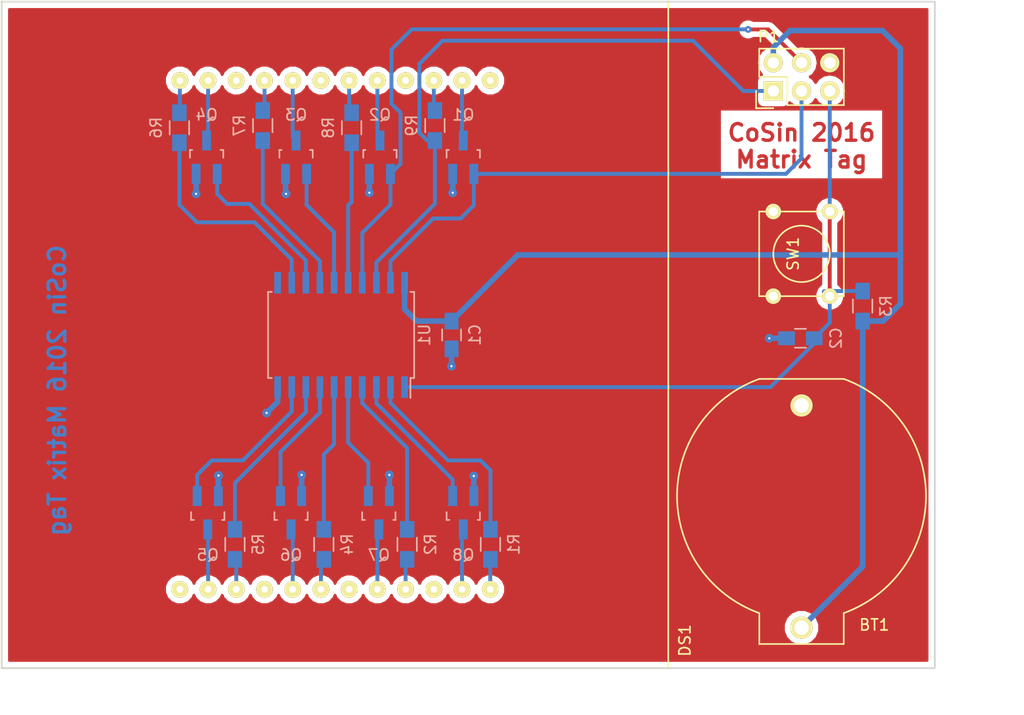
<source format=kicad_pcb>
(kicad_pcb (version 4) (host pcbnew 4.0.2+dfsg1-stable)

  (general
    (links 58)
    (no_connects 0)
    (area 153.924999 72.924999 238.075001 133.075001)
    (thickness 1.6)
    (drawings 8)
    (tracks 162)
    (zones 0)
    (modules 24)
    (nets 36)
  )

  (page A4)
  (title_block
    (title "60x60mm Matrix Tag")
    (date 2016-06-11)
    (rev 1)
    (company "CoSin 2016")
  )

  (layers
    (0 F.Cu signal)
    (31 B.Cu signal)
    (32 B.Adhes user)
    (33 F.Adhes user)
    (34 B.Paste user)
    (35 F.Paste user)
    (36 B.SilkS user)
    (37 F.SilkS user)
    (38 B.Mask user)
    (39 F.Mask user)
    (40 Dwgs.User user)
    (41 Cmts.User user)
    (42 Eco1.User user)
    (43 Eco2.User user)
    (44 Edge.Cuts user)
    (45 Margin user)
    (46 B.CrtYd user)
    (47 F.CrtYd user)
    (48 B.Fab user)
    (49 F.Fab user)
  )

  (setup
    (last_trace_width 0.35)
    (trace_clearance 0.2)
    (zone_clearance 0.508)
    (zone_45_only no)
    (trace_min 0.2)
    (segment_width 0.2)
    (edge_width 0.15)
    (via_size 0.6)
    (via_drill 0.2)
    (via_min_size 0.4)
    (via_min_drill 0.2)
    (uvia_size 0.3)
    (uvia_drill 0.1)
    (uvias_allowed no)
    (uvia_min_size 0.2)
    (uvia_min_drill 0.1)
    (pcb_text_width 0.3)
    (pcb_text_size 1.5 1.5)
    (mod_edge_width 0.15)
    (mod_text_size 1 1)
    (mod_text_width 0.15)
    (pad_size 1.524 1.524)
    (pad_drill 0.762)
    (pad_to_mask_clearance 0.2)
    (aux_axis_origin 0 0)
    (visible_elements FFFFFF7F)
    (pcbplotparams
      (layerselection 0x00030_80000001)
      (usegerberextensions false)
      (excludeedgelayer true)
      (linewidth 0.100000)
      (plotframeref false)
      (viasonmask false)
      (mode 1)
      (useauxorigin false)
      (hpglpennumber 1)
      (hpglpenspeed 20)
      (hpglpendiameter 15)
      (hpglpenoverlay 2)
      (psnegative false)
      (psa4output false)
      (plotreference true)
      (plotvalue true)
      (plotinvisibletext false)
      (padsonsilk false)
      (subtractmaskfromsilk false)
      (outputformat 1)
      (mirror false)
      (drillshape 1)
      (scaleselection 1)
      (outputdirectory ""))
  )

  (net 0 "")
  (net 1 VCC)
  (net 2 GND)
  (net 3 /~RESET)
  (net 4 "Net-(DS1-Pad2)")
  (net 5 "Net-(DS1-Pad3)")
  (net 6 "Net-(DS1-Pad5)")
  (net 7 "Net-(DS1-Pad6)")
  (net 8 "Net-(DS1-Pad8)")
  (net 9 "Net-(DS1-Pad9)")
  (net 10 "Net-(DS1-Pad11)")
  (net 11 "Net-(DS1-Pad12)")
  (net 12 "Net-(DS1-Pad13)")
  (net 13 "Net-(DS1-Pad14)")
  (net 14 "Net-(DS1-Pad16)")
  (net 15 /COL7)
  (net 16 /COL8)
  (net 17 /COL6)
  (net 18 /ROW3)
  (net 19 /ROW4)
  (net 20 /ROW5)
  (net 21 /ROW6)
  (net 22 /ROW7)
  (net 23 /ROW8)
  (net 24 /COL5)
  (net 25 /COL4)
  (net 26 /COL3)
  (net 27 /COL2)
  (net 28 /COL1)
  (net 29 "Net-(DS1-Pad17)")
  (net 30 "Net-(DS1-Pad19)")
  (net 31 "Net-(DS1-Pad20)")
  (net 32 "Net-(DS1-Pad22)")
  (net 33 "Net-(DS1-Pad23)")
  (net 34 /MISO)
  (net 35 /ROW2)

  (net_class Default "This is the default net class."
    (clearance 0.2)
    (trace_width 0.35)
    (via_dia 0.6)
    (via_drill 0.2)
    (uvia_dia 0.3)
    (uvia_drill 0.1)
    (add_net /COL1)
    (add_net /COL2)
    (add_net /COL3)
    (add_net /COL4)
    (add_net /COL5)
    (add_net /COL6)
    (add_net /COL7)
    (add_net /COL8)
    (add_net /MISO)
    (add_net /ROW2)
    (add_net /ROW3)
    (add_net /ROW4)
    (add_net /ROW5)
    (add_net /ROW6)
    (add_net /ROW7)
    (add_net /ROW8)
    (add_net /~RESET)
    (add_net "Net-(DS1-Pad11)")
    (add_net "Net-(DS1-Pad12)")
    (add_net "Net-(DS1-Pad13)")
    (add_net "Net-(DS1-Pad14)")
    (add_net "Net-(DS1-Pad16)")
    (add_net "Net-(DS1-Pad17)")
    (add_net "Net-(DS1-Pad19)")
    (add_net "Net-(DS1-Pad2)")
    (add_net "Net-(DS1-Pad20)")
    (add_net "Net-(DS1-Pad22)")
    (add_net "Net-(DS1-Pad23)")
    (add_net "Net-(DS1-Pad3)")
    (add_net "Net-(DS1-Pad5)")
    (add_net "Net-(DS1-Pad6)")
    (add_net "Net-(DS1-Pad8)")
    (add_net "Net-(DS1-Pad9)")
  )

  (net_class Power ""
    (clearance 0.25)
    (trace_width 0.5)
    (via_dia 0.8)
    (via_drill 0.2)
    (uvia_dia 0.3)
    (uvia_drill 0.1)
    (add_net GND)
    (add_net VCC)
  )

  (module nametag:CR2032 (layer F.Cu) (tedit 570B761B) (tstamp 570D1132)
    (at 226 117.5 270)
    (descr "CR2032 coin battery holder (PTH)")
    (tags "battery holder cr2032")
    (path /570B043F)
    (fp_text reference BT1 (at 11.6 -6.55 360) (layer F.SilkS)
      (effects (font (size 1 1) (thickness 0.15)))
    )
    (fp_text value 3V (at 0 0.05 270) (layer F.Fab)
      (effects (font (size 1 1) (thickness 0.15)))
    )
    (fp_arc (start 0 0) (end -10.54 -3.8) (angle 140.2) (layer F.SilkS) (width 0.15))
    (fp_line (start 13.32 3.8) (end 10.54 3.8) (layer F.SilkS) (width 0.15))
    (fp_line (start 13.32 -3.8) (end 13.32 3.8) (layer F.SilkS) (width 0.15))
    (fp_line (start 10.54 -3.8) (end 13.32 -3.8) (layer F.SilkS) (width 0.15))
    (fp_line (start -10.54 3.8) (end -10.54 -3.8) (layer F.SilkS) (width 0.15))
    (fp_arc (start 0 0) (end 10.54 3.8) (angle 140.2) (layer F.SilkS) (width 0.15))
    (pad 1 thru_hole circle (at 11.85 0 270) (size 2 2) (drill 1.3) (layers *.Cu *.Mask F.SilkS)
      (net 1 VCC))
    (pad 2 thru_hole circle (at -8.15 0 270) (size 2 2) (drill 1.3) (layers *.Cu *.Mask F.SilkS)
      (net 2 GND))
  )

  (module Capacitors_SMD:C_0805_HandSoldering (layer B.Cu) (tedit 541A9B8D) (tstamp 570D113E)
    (at 194.5 103 90)
    (descr "Capacitor SMD 0805, hand soldering")
    (tags "capacitor 0805")
    (path /570B0551)
    (attr smd)
    (fp_text reference C1 (at 0 2.1 90) (layer B.SilkS)
      (effects (font (size 1 1) (thickness 0.15)) (justify mirror))
    )
    (fp_text value 100n (at 0 -2.1 90) (layer B.Fab)
      (effects (font (size 1 1) (thickness 0.15)) (justify mirror))
    )
    (fp_line (start -2.3 1) (end 2.3 1) (layer B.CrtYd) (width 0.05))
    (fp_line (start -2.3 -1) (end 2.3 -1) (layer B.CrtYd) (width 0.05))
    (fp_line (start -2.3 1) (end -2.3 -1) (layer B.CrtYd) (width 0.05))
    (fp_line (start 2.3 1) (end 2.3 -1) (layer B.CrtYd) (width 0.05))
    (fp_line (start 0.5 0.85) (end -0.5 0.85) (layer B.SilkS) (width 0.15))
    (fp_line (start -0.5 -0.85) (end 0.5 -0.85) (layer B.SilkS) (width 0.15))
    (pad 1 smd rect (at -1.25 0 90) (size 1.5 1.25) (layers B.Cu B.Paste B.Mask)
      (net 2 GND))
    (pad 2 smd rect (at 1.25 0 90) (size 1.5 1.25) (layers B.Cu B.Paste B.Mask)
      (net 1 VCC))
    (model Capacitors_SMD.3dshapes/C_0805_HandSoldering.wrl
      (at (xyz 0 0 0))
      (scale (xyz 1 1 1))
      (rotate (xyz 0 0 0))
    )
  )

  (module Capacitors_SMD:C_0805_HandSoldering (layer B.Cu) (tedit 541A9B8D) (tstamp 570D114A)
    (at 225.9 103.3 180)
    (descr "Capacitor SMD 0805, hand soldering")
    (tags "capacitor 0805")
    (path /570D8DE2)
    (attr smd)
    (fp_text reference C2 (at -3.2 0 270) (layer B.SilkS)
      (effects (font (size 1 1) (thickness 0.15)) (justify mirror))
    )
    (fp_text value 10n (at -0.9 -1.9 180) (layer B.Fab)
      (effects (font (size 1 1) (thickness 0.15)) (justify mirror))
    )
    (fp_line (start -2.3 1) (end 2.3 1) (layer B.CrtYd) (width 0.05))
    (fp_line (start -2.3 -1) (end 2.3 -1) (layer B.CrtYd) (width 0.05))
    (fp_line (start -2.3 1) (end -2.3 -1) (layer B.CrtYd) (width 0.05))
    (fp_line (start 2.3 1) (end 2.3 -1) (layer B.CrtYd) (width 0.05))
    (fp_line (start 0.5 0.85) (end -0.5 0.85) (layer B.SilkS) (width 0.15))
    (fp_line (start -0.5 -0.85) (end 0.5 -0.85) (layer B.SilkS) (width 0.15))
    (pad 1 smd rect (at -1.25 0 180) (size 1.5 1.25) (layers B.Cu B.Paste B.Mask)
      (net 3 /~RESET))
    (pad 2 smd rect (at 1.25 0 180) (size 1.5 1.25) (layers B.Cu B.Paste B.Mask)
      (net 2 GND))
    (model Capacitors_SMD.3dshapes/C_0805_HandSoldering.wrl
      (at (xyz 0 0 0))
      (scale (xyz 1 1 1))
      (rotate (xyz 0 0 0))
    )
  )

  (module Pin_Headers:Pin_Header_Straight_2x03 (layer F.Cu) (tedit 54EA0A4B) (tstamp 570D1179)
    (at 223.46 81.04 90)
    (descr "Through hole pin header")
    (tags "pin header")
    (path /570B1B1B)
    (fp_text reference P1 (at 4.9 -0.42 180) (layer F.SilkS)
      (effects (font (size 1 1) (thickness 0.15)))
    )
    (fp_text value ISP (at -0.5 -2.32 270) (layer F.Fab)
      (effects (font (size 1 1) (thickness 0.15)))
    )
    (fp_line (start -1.27 1.27) (end -1.27 6.35) (layer F.SilkS) (width 0.15))
    (fp_line (start -1.55 -1.55) (end 0 -1.55) (layer F.SilkS) (width 0.15))
    (fp_line (start -1.75 -1.75) (end -1.75 6.85) (layer F.CrtYd) (width 0.05))
    (fp_line (start 4.3 -1.75) (end 4.3 6.85) (layer F.CrtYd) (width 0.05))
    (fp_line (start -1.75 -1.75) (end 4.3 -1.75) (layer F.CrtYd) (width 0.05))
    (fp_line (start -1.75 6.85) (end 4.3 6.85) (layer F.CrtYd) (width 0.05))
    (fp_line (start 1.27 -1.27) (end 1.27 1.27) (layer F.SilkS) (width 0.15))
    (fp_line (start 1.27 1.27) (end -1.27 1.27) (layer F.SilkS) (width 0.15))
    (fp_line (start -1.27 6.35) (end 3.81 6.35) (layer F.SilkS) (width 0.15))
    (fp_line (start 3.81 6.35) (end 3.81 1.27) (layer F.SilkS) (width 0.15))
    (fp_line (start -1.55 -1.55) (end -1.55 0) (layer F.SilkS) (width 0.15))
    (fp_line (start 3.81 -1.27) (end 1.27 -1.27) (layer F.SilkS) (width 0.15))
    (fp_line (start 3.81 1.27) (end 3.81 -1.27) (layer F.SilkS) (width 0.15))
    (pad 1 thru_hole rect (at 0 0 90) (size 1.7272 1.7272) (drill 1.016) (layers *.Cu *.Mask F.SilkS)
      (net 34 /MISO))
    (pad 2 thru_hole oval (at 2.54 0 90) (size 1.7272 1.7272) (drill 1.016) (layers *.Cu *.Mask F.SilkS)
      (net 1 VCC))
    (pad 3 thru_hole oval (at 0 2.54 90) (size 1.7272 1.7272) (drill 1.016) (layers *.Cu *.Mask F.SilkS)
      (net 28 /COL1))
    (pad 4 thru_hole oval (at 2.54 2.54 90) (size 1.7272 1.7272) (drill 1.016) (layers *.Cu *.Mask F.SilkS)
      (net 27 /COL2))
    (pad 5 thru_hole oval (at 0 5.08 90) (size 1.7272 1.7272) (drill 1.016) (layers *.Cu *.Mask F.SilkS)
      (net 3 /~RESET))
    (pad 6 thru_hole oval (at 2.54 5.08 90) (size 1.7272 1.7272) (drill 1.016) (layers *.Cu *.Mask F.SilkS)
      (net 2 GND))
    (model Pin_Headers.3dshapes/Pin_Header_Straight_2x03.wrl
      (at (xyz 0.05 -0.1 0))
      (scale (xyz 1 1 1))
      (rotate (xyz 0 0 90))
    )
  )

  (module TO_SOT_Packages_SMD:SOT-23_Handsoldering (layer B.Cu) (tedit 54E9291B) (tstamp 570D1184)
    (at 195.55 86.99886 180)
    (descr "SOT-23, Handsoldering")
    (tags SOT-23)
    (path /570B0385)
    (attr smd)
    (fp_text reference Q1 (at 0 3.81 180) (layer B.SilkS)
      (effects (font (size 1 1) (thickness 0.15)) (justify mirror))
    )
    (fp_text value 2N7002 (at 0 -3.81 180) (layer B.Fab)
      (effects (font (size 1 1) (thickness 0.15)) (justify mirror))
    )
    (fp_line (start -1.49982 -0.0508) (end -1.49982 0.65024) (layer B.SilkS) (width 0.15))
    (fp_line (start -1.49982 0.65024) (end -1.2509 0.65024) (layer B.SilkS) (width 0.15))
    (fp_line (start 1.29916 0.65024) (end 1.49982 0.65024) (layer B.SilkS) (width 0.15))
    (fp_line (start 1.49982 0.65024) (end 1.49982 -0.0508) (layer B.SilkS) (width 0.15))
    (pad 1 smd rect (at -0.95 -1.50114 180) (size 0.8001 1.80086) (layers B.Cu B.Paste B.Mask)
      (net 28 /COL1))
    (pad 2 smd rect (at 0.95 -1.50114 180) (size 0.8001 1.80086) (layers B.Cu B.Paste B.Mask)
      (net 2 GND))
    (pad 3 smd rect (at 0 1.50114 180) (size 0.8001 1.80086) (layers B.Cu B.Paste B.Mask)
      (net 33 "Net-(DS1-Pad23)"))
    (model TO_SOT_Packages_SMD.3dshapes/SOT-23_Handsoldering.wrl
      (at (xyz 0 0 0))
      (scale (xyz 1 1 1))
      (rotate (xyz 0 0 0))
    )
  )

  (module TO_SOT_Packages_SMD:SOT-23_Handsoldering (layer B.Cu) (tedit 54E9291B) (tstamp 570D118F)
    (at 188.05 86.99886 180)
    (descr "SOT-23, Handsoldering")
    (tags SOT-23)
    (path /570D026F)
    (attr smd)
    (fp_text reference Q2 (at 0 3.81 180) (layer B.SilkS)
      (effects (font (size 1 1) (thickness 0.15)) (justify mirror))
    )
    (fp_text value 2N7002 (at 0 -3.81 180) (layer B.Fab)
      (effects (font (size 1 1) (thickness 0.15)) (justify mirror))
    )
    (fp_line (start -1.49982 -0.0508) (end -1.49982 0.65024) (layer B.SilkS) (width 0.15))
    (fp_line (start -1.49982 0.65024) (end -1.2509 0.65024) (layer B.SilkS) (width 0.15))
    (fp_line (start 1.29916 0.65024) (end 1.49982 0.65024) (layer B.SilkS) (width 0.15))
    (fp_line (start 1.49982 0.65024) (end 1.49982 -0.0508) (layer B.SilkS) (width 0.15))
    (pad 1 smd rect (at -0.95 -1.50114 180) (size 0.8001 1.80086) (layers B.Cu B.Paste B.Mask)
      (net 27 /COL2))
    (pad 2 smd rect (at 0.95 -1.50114 180) (size 0.8001 1.80086) (layers B.Cu B.Paste B.Mask)
      (net 2 GND))
    (pad 3 smd rect (at 0 1.50114 180) (size 0.8001 1.80086) (layers B.Cu B.Paste B.Mask)
      (net 31 "Net-(DS1-Pad20)"))
    (model TO_SOT_Packages_SMD.3dshapes/SOT-23_Handsoldering.wrl
      (at (xyz 0 0 0))
      (scale (xyz 1 1 1))
      (rotate (xyz 0 0 0))
    )
  )

  (module TO_SOT_Packages_SMD:SOT-23_Handsoldering (layer B.Cu) (tedit 54E9291B) (tstamp 570D119A)
    (at 180.5 87 180)
    (descr "SOT-23, Handsoldering")
    (tags SOT-23)
    (path /570D02BE)
    (attr smd)
    (fp_text reference Q3 (at 0 3.81 180) (layer B.SilkS)
      (effects (font (size 1 1) (thickness 0.15)) (justify mirror))
    )
    (fp_text value 2N7002 (at 0 -3.81 180) (layer B.Fab)
      (effects (font (size 1 1) (thickness 0.15)) (justify mirror))
    )
    (fp_line (start -1.49982 -0.0508) (end -1.49982 0.65024) (layer B.SilkS) (width 0.15))
    (fp_line (start -1.49982 0.65024) (end -1.2509 0.65024) (layer B.SilkS) (width 0.15))
    (fp_line (start 1.29916 0.65024) (end 1.49982 0.65024) (layer B.SilkS) (width 0.15))
    (fp_line (start 1.49982 0.65024) (end 1.49982 -0.0508) (layer B.SilkS) (width 0.15))
    (pad 1 smd rect (at -0.95 -1.50114 180) (size 0.8001 1.80086) (layers B.Cu B.Paste B.Mask)
      (net 26 /COL3))
    (pad 2 smd rect (at 0.95 -1.50114 180) (size 0.8001 1.80086) (layers B.Cu B.Paste B.Mask)
      (net 2 GND))
    (pad 3 smd rect (at 0 1.50114 180) (size 0.8001 1.80086) (layers B.Cu B.Paste B.Mask)
      (net 29 "Net-(DS1-Pad17)"))
    (model TO_SOT_Packages_SMD.3dshapes/SOT-23_Handsoldering.wrl
      (at (xyz 0 0 0))
      (scale (xyz 1 1 1))
      (rotate (xyz 0 0 0))
    )
  )

  (module TO_SOT_Packages_SMD:SOT-23_Handsoldering (layer B.Cu) (tedit 54E9291B) (tstamp 570D11A5)
    (at 172.45 87 180)
    (descr "SOT-23, Handsoldering")
    (tags SOT-23)
    (path /570D0306)
    (attr smd)
    (fp_text reference Q4 (at 0 3.81 180) (layer B.SilkS)
      (effects (font (size 1 1) (thickness 0.15)) (justify mirror))
    )
    (fp_text value 2N7002 (at 0 -3.81 180) (layer B.Fab)
      (effects (font (size 1 1) (thickness 0.15)) (justify mirror))
    )
    (fp_line (start -1.49982 -0.0508) (end -1.49982 0.65024) (layer B.SilkS) (width 0.15))
    (fp_line (start -1.49982 0.65024) (end -1.2509 0.65024) (layer B.SilkS) (width 0.15))
    (fp_line (start 1.29916 0.65024) (end 1.49982 0.65024) (layer B.SilkS) (width 0.15))
    (fp_line (start 1.49982 0.65024) (end 1.49982 -0.0508) (layer B.SilkS) (width 0.15))
    (pad 1 smd rect (at -0.95 -1.50114 180) (size 0.8001 1.80086) (layers B.Cu B.Paste B.Mask)
      (net 25 /COL4))
    (pad 2 smd rect (at 0.95 -1.50114 180) (size 0.8001 1.80086) (layers B.Cu B.Paste B.Mask)
      (net 2 GND))
    (pad 3 smd rect (at 0 1.50114 180) (size 0.8001 1.80086) (layers B.Cu B.Paste B.Mask)
      (net 13 "Net-(DS1-Pad14)"))
    (model TO_SOT_Packages_SMD.3dshapes/SOT-23_Handsoldering.wrl
      (at (xyz 0 0 0))
      (scale (xyz 1 1 1))
      (rotate (xyz 0 0 0))
    )
  )

  (module TO_SOT_Packages_SMD:SOT-23_Handsoldering (layer B.Cu) (tedit 54E9291B) (tstamp 570D11B0)
    (at 172.55 119.00114)
    (descr "SOT-23, Handsoldering")
    (tags SOT-23)
    (path /570D2DA0)
    (attr smd)
    (fp_text reference Q5 (at 0 3.81) (layer B.SilkS)
      (effects (font (size 1 1) (thickness 0.15)) (justify mirror))
    )
    (fp_text value 2N7002 (at 0 -3.81) (layer B.Fab)
      (effects (font (size 1 1) (thickness 0.15)) (justify mirror))
    )
    (fp_line (start -1.49982 -0.0508) (end -1.49982 0.65024) (layer B.SilkS) (width 0.15))
    (fp_line (start -1.49982 0.65024) (end -1.2509 0.65024) (layer B.SilkS) (width 0.15))
    (fp_line (start 1.29916 0.65024) (end 1.49982 0.65024) (layer B.SilkS) (width 0.15))
    (fp_line (start 1.49982 0.65024) (end 1.49982 -0.0508) (layer B.SilkS) (width 0.15))
    (pad 1 smd rect (at -0.95 -1.50114) (size 0.8001 1.80086) (layers B.Cu B.Paste B.Mask)
      (net 24 /COL5))
    (pad 2 smd rect (at 0.95 -1.50114) (size 0.8001 1.80086) (layers B.Cu B.Paste B.Mask)
      (net 2 GND))
    (pad 3 smd rect (at 0 1.50114) (size 0.8001 1.80086) (layers B.Cu B.Paste B.Mask)
      (net 4 "Net-(DS1-Pad2)"))
    (model TO_SOT_Packages_SMD.3dshapes/SOT-23_Handsoldering.wrl
      (at (xyz 0 0 0))
      (scale (xyz 1 1 1))
      (rotate (xyz 0 0 0))
    )
  )

  (module TO_SOT_Packages_SMD:SOT-23_Handsoldering (layer B.Cu) (tedit 54E9291B) (tstamp 570D11BB)
    (at 180.05 119.00114)
    (descr "SOT-23, Handsoldering")
    (tags SOT-23)
    (path /570D2DA6)
    (attr smd)
    (fp_text reference Q6 (at 0 3.81) (layer B.SilkS)
      (effects (font (size 1 1) (thickness 0.15)) (justify mirror))
    )
    (fp_text value 2N7002 (at 0 -3.81) (layer B.Fab)
      (effects (font (size 1 1) (thickness 0.15)) (justify mirror))
    )
    (fp_line (start -1.49982 -0.0508) (end -1.49982 0.65024) (layer B.SilkS) (width 0.15))
    (fp_line (start -1.49982 0.65024) (end -1.2509 0.65024) (layer B.SilkS) (width 0.15))
    (fp_line (start 1.29916 0.65024) (end 1.49982 0.65024) (layer B.SilkS) (width 0.15))
    (fp_line (start 1.49982 0.65024) (end 1.49982 -0.0508) (layer B.SilkS) (width 0.15))
    (pad 1 smd rect (at -0.95 -1.50114) (size 0.8001 1.80086) (layers B.Cu B.Paste B.Mask)
      (net 17 /COL6))
    (pad 2 smd rect (at 0.95 -1.50114) (size 0.8001 1.80086) (layers B.Cu B.Paste B.Mask)
      (net 2 GND))
    (pad 3 smd rect (at 0 1.50114) (size 0.8001 1.80086) (layers B.Cu B.Paste B.Mask)
      (net 6 "Net-(DS1-Pad5)"))
    (model TO_SOT_Packages_SMD.3dshapes/SOT-23_Handsoldering.wrl
      (at (xyz 0 0 0))
      (scale (xyz 1 1 1))
      (rotate (xyz 0 0 0))
    )
  )

  (module TO_SOT_Packages_SMD:SOT-23_Handsoldering (layer B.Cu) (tedit 54E9291B) (tstamp 570D11C6)
    (at 187.95 119.00114)
    (descr "SOT-23, Handsoldering")
    (tags SOT-23)
    (path /570D2DAC)
    (attr smd)
    (fp_text reference Q7 (at 0 3.81) (layer B.SilkS)
      (effects (font (size 1 1) (thickness 0.15)) (justify mirror))
    )
    (fp_text value 2N7002 (at 0 -3.81) (layer B.Fab)
      (effects (font (size 1 1) (thickness 0.15)) (justify mirror))
    )
    (fp_line (start -1.49982 -0.0508) (end -1.49982 0.65024) (layer B.SilkS) (width 0.15))
    (fp_line (start -1.49982 0.65024) (end -1.2509 0.65024) (layer B.SilkS) (width 0.15))
    (fp_line (start 1.29916 0.65024) (end 1.49982 0.65024) (layer B.SilkS) (width 0.15))
    (fp_line (start 1.49982 0.65024) (end 1.49982 -0.0508) (layer B.SilkS) (width 0.15))
    (pad 1 smd rect (at -0.95 -1.50114) (size 0.8001 1.80086) (layers B.Cu B.Paste B.Mask)
      (net 15 /COL7))
    (pad 2 smd rect (at 0.95 -1.50114) (size 0.8001 1.80086) (layers B.Cu B.Paste B.Mask)
      (net 2 GND))
    (pad 3 smd rect (at 0 1.50114) (size 0.8001 1.80086) (layers B.Cu B.Paste B.Mask)
      (net 8 "Net-(DS1-Pad8)"))
    (model TO_SOT_Packages_SMD.3dshapes/SOT-23_Handsoldering.wrl
      (at (xyz 0 0 0))
      (scale (xyz 1 1 1))
      (rotate (xyz 0 0 0))
    )
  )

  (module TO_SOT_Packages_SMD:SOT-23_Handsoldering (layer B.Cu) (tedit 54E9291B) (tstamp 570D11D1)
    (at 195.55 119.00114)
    (descr "SOT-23, Handsoldering")
    (tags SOT-23)
    (path /570D2DB2)
    (attr smd)
    (fp_text reference Q8 (at 0 3.81) (layer B.SilkS)
      (effects (font (size 1 1) (thickness 0.15)) (justify mirror))
    )
    (fp_text value 2N7002 (at 0 -3.81) (layer B.Fab)
      (effects (font (size 1 1) (thickness 0.15)) (justify mirror))
    )
    (fp_line (start -1.49982 -0.0508) (end -1.49982 0.65024) (layer B.SilkS) (width 0.15))
    (fp_line (start -1.49982 0.65024) (end -1.2509 0.65024) (layer B.SilkS) (width 0.15))
    (fp_line (start 1.29916 0.65024) (end 1.49982 0.65024) (layer B.SilkS) (width 0.15))
    (fp_line (start 1.49982 0.65024) (end 1.49982 -0.0508) (layer B.SilkS) (width 0.15))
    (pad 1 smd rect (at -0.95 -1.50114) (size 0.8001 1.80086) (layers B.Cu B.Paste B.Mask)
      (net 16 /COL8))
    (pad 2 smd rect (at 0.95 -1.50114) (size 0.8001 1.80086) (layers B.Cu B.Paste B.Mask)
      (net 2 GND))
    (pad 3 smd rect (at 0 1.50114) (size 0.8001 1.80086) (layers B.Cu B.Paste B.Mask)
      (net 10 "Net-(DS1-Pad11)"))
    (model TO_SOT_Packages_SMD.3dshapes/SOT-23_Handsoldering.wrl
      (at (xyz 0 0 0))
      (scale (xyz 1 1 1))
      (rotate (xyz 0 0 0))
    )
  )

  (module Resistors_SMD:R_0805_HandSoldering (layer B.Cu) (tedit 54189DEE) (tstamp 570D11DD)
    (at 198 121.85 90)
    (descr "Resistor SMD 0805, hand soldering")
    (tags "resistor 0805")
    (path /570B05B8)
    (attr smd)
    (fp_text reference R1 (at 0 2.1 90) (layer B.SilkS)
      (effects (font (size 1 1) (thickness 0.15)) (justify mirror))
    )
    (fp_text value 47 (at 0 -2.1 90) (layer B.Fab)
      (effects (font (size 1 1) (thickness 0.15)) (justify mirror))
    )
    (fp_line (start -2.4 1) (end 2.4 1) (layer B.CrtYd) (width 0.05))
    (fp_line (start -2.4 -1) (end 2.4 -1) (layer B.CrtYd) (width 0.05))
    (fp_line (start -2.4 1) (end -2.4 -1) (layer B.CrtYd) (width 0.05))
    (fp_line (start 2.4 1) (end 2.4 -1) (layer B.CrtYd) (width 0.05))
    (fp_line (start 0.6 -0.875) (end -0.6 -0.875) (layer B.SilkS) (width 0.15))
    (fp_line (start -0.6 0.875) (end 0.6 0.875) (layer B.SilkS) (width 0.15))
    (pad 1 smd rect (at -1.35 0 90) (size 1.5 1.3) (layers B.Cu B.Paste B.Mask)
      (net 11 "Net-(DS1-Pad12)"))
    (pad 2 smd rect (at 1.35 0 90) (size 1.5 1.3) (layers B.Cu B.Paste B.Mask)
      (net 23 /ROW8))
    (model Resistors_SMD.3dshapes/R_0805_HandSoldering.wrl
      (at (xyz 0 0 0))
      (scale (xyz 1 1 1))
      (rotate (xyz 0 0 0))
    )
  )

  (module Resistors_SMD:R_0805_HandSoldering (layer B.Cu) (tedit 54189DEE) (tstamp 570D11E9)
    (at 190.5 121.85 90)
    (descr "Resistor SMD 0805, hand soldering")
    (tags "resistor 0805")
    (path /570D0DA6)
    (attr smd)
    (fp_text reference R2 (at 0 2.1 90) (layer B.SilkS)
      (effects (font (size 1 1) (thickness 0.15)) (justify mirror))
    )
    (fp_text value 47 (at 0 -2.1 90) (layer B.Fab)
      (effects (font (size 1 1) (thickness 0.15)) (justify mirror))
    )
    (fp_line (start -2.4 1) (end 2.4 1) (layer B.CrtYd) (width 0.05))
    (fp_line (start -2.4 -1) (end 2.4 -1) (layer B.CrtYd) (width 0.05))
    (fp_line (start -2.4 1) (end -2.4 -1) (layer B.CrtYd) (width 0.05))
    (fp_line (start 2.4 1) (end 2.4 -1) (layer B.CrtYd) (width 0.05))
    (fp_line (start 0.6 -0.875) (end -0.6 -0.875) (layer B.SilkS) (width 0.15))
    (fp_line (start -0.6 0.875) (end 0.6 0.875) (layer B.SilkS) (width 0.15))
    (pad 1 smd rect (at -1.35 0 90) (size 1.5 1.3) (layers B.Cu B.Paste B.Mask)
      (net 9 "Net-(DS1-Pad9)"))
    (pad 2 smd rect (at 1.35 0 90) (size 1.5 1.3) (layers B.Cu B.Paste B.Mask)
      (net 22 /ROW7))
    (model Resistors_SMD.3dshapes/R_0805_HandSoldering.wrl
      (at (xyz 0 0 0))
      (scale (xyz 1 1 1))
      (rotate (xyz 0 0 0))
    )
  )

  (module Resistors_SMD:R_0805_HandSoldering (layer B.Cu) (tedit 54189DEE) (tstamp 570D11F5)
    (at 231.5 100.4 90)
    (descr "Resistor SMD 0805, hand soldering")
    (tags "resistor 0805")
    (path /570B1DB6)
    (attr smd)
    (fp_text reference R3 (at 0 2.1 90) (layer B.SilkS)
      (effects (font (size 1 1) (thickness 0.15)) (justify mirror))
    )
    (fp_text value 100k (at 0 -2.1 90) (layer B.Fab)
      (effects (font (size 1 1) (thickness 0.15)) (justify mirror))
    )
    (fp_line (start -2.4 1) (end 2.4 1) (layer B.CrtYd) (width 0.05))
    (fp_line (start -2.4 -1) (end 2.4 -1) (layer B.CrtYd) (width 0.05))
    (fp_line (start -2.4 1) (end -2.4 -1) (layer B.CrtYd) (width 0.05))
    (fp_line (start 2.4 1) (end 2.4 -1) (layer B.CrtYd) (width 0.05))
    (fp_line (start 0.6 -0.875) (end -0.6 -0.875) (layer B.SilkS) (width 0.15))
    (fp_line (start -0.6 0.875) (end 0.6 0.875) (layer B.SilkS) (width 0.15))
    (pad 1 smd rect (at -1.35 0 90) (size 1.5 1.3) (layers B.Cu B.Paste B.Mask)
      (net 1 VCC))
    (pad 2 smd rect (at 1.35 0 90) (size 1.5 1.3) (layers B.Cu B.Paste B.Mask)
      (net 3 /~RESET))
    (model Resistors_SMD.3dshapes/R_0805_HandSoldering.wrl
      (at (xyz 0 0 0))
      (scale (xyz 1 1 1))
      (rotate (xyz 0 0 0))
    )
  )

  (module Resistors_SMD:R_0805_HandSoldering (layer B.Cu) (tedit 54189DEE) (tstamp 570D1201)
    (at 183 121.85 90)
    (descr "Resistor SMD 0805, hand soldering")
    (tags "resistor 0805")
    (path /570D0DDA)
    (attr smd)
    (fp_text reference R4 (at 0 2.1 90) (layer B.SilkS)
      (effects (font (size 1 1) (thickness 0.15)) (justify mirror))
    )
    (fp_text value 47 (at 0 -2.1 90) (layer B.Fab)
      (effects (font (size 1 1) (thickness 0.15)) (justify mirror))
    )
    (fp_line (start -2.4 1) (end 2.4 1) (layer B.CrtYd) (width 0.05))
    (fp_line (start -2.4 -1) (end 2.4 -1) (layer B.CrtYd) (width 0.05))
    (fp_line (start -2.4 1) (end -2.4 -1) (layer B.CrtYd) (width 0.05))
    (fp_line (start 2.4 1) (end 2.4 -1) (layer B.CrtYd) (width 0.05))
    (fp_line (start 0.6 -0.875) (end -0.6 -0.875) (layer B.SilkS) (width 0.15))
    (fp_line (start -0.6 0.875) (end 0.6 0.875) (layer B.SilkS) (width 0.15))
    (pad 1 smd rect (at -1.35 0 90) (size 1.5 1.3) (layers B.Cu B.Paste B.Mask)
      (net 7 "Net-(DS1-Pad6)"))
    (pad 2 smd rect (at 1.35 0 90) (size 1.5 1.3) (layers B.Cu B.Paste B.Mask)
      (net 21 /ROW6))
    (model Resistors_SMD.3dshapes/R_0805_HandSoldering.wrl
      (at (xyz 0 0 0))
      (scale (xyz 1 1 1))
      (rotate (xyz 0 0 0))
    )
  )

  (module Resistors_SMD:R_0805_HandSoldering (layer B.Cu) (tedit 54189DEE) (tstamp 570D120D)
    (at 175 121.85 90)
    (descr "Resistor SMD 0805, hand soldering")
    (tags "resistor 0805")
    (path /570D0DE2)
    (attr smd)
    (fp_text reference R5 (at 0 2.1 90) (layer B.SilkS)
      (effects (font (size 1 1) (thickness 0.15)) (justify mirror))
    )
    (fp_text value 47 (at 0 -2.1 90) (layer B.Fab)
      (effects (font (size 1 1) (thickness 0.15)) (justify mirror))
    )
    (fp_line (start -2.4 1) (end 2.4 1) (layer B.CrtYd) (width 0.05))
    (fp_line (start -2.4 -1) (end 2.4 -1) (layer B.CrtYd) (width 0.05))
    (fp_line (start -2.4 1) (end -2.4 -1) (layer B.CrtYd) (width 0.05))
    (fp_line (start 2.4 1) (end 2.4 -1) (layer B.CrtYd) (width 0.05))
    (fp_line (start 0.6 -0.875) (end -0.6 -0.875) (layer B.SilkS) (width 0.15))
    (fp_line (start -0.6 0.875) (end 0.6 0.875) (layer B.SilkS) (width 0.15))
    (pad 1 smd rect (at -1.35 0 90) (size 1.5 1.3) (layers B.Cu B.Paste B.Mask)
      (net 5 "Net-(DS1-Pad3)"))
    (pad 2 smd rect (at 1.35 0 90) (size 1.5 1.3) (layers B.Cu B.Paste B.Mask)
      (net 20 /ROW5))
    (model Resistors_SMD.3dshapes/R_0805_HandSoldering.wrl
      (at (xyz 0 0 0))
      (scale (xyz 1 1 1))
      (rotate (xyz 0 0 0))
    )
  )

  (module Resistors_SMD:R_0805_HandSoldering (layer B.Cu) (tedit 54189DEE) (tstamp 570D1219)
    (at 170 84.35 270)
    (descr "Resistor SMD 0805, hand soldering")
    (tags "resistor 0805")
    (path /570D0E7C)
    (attr smd)
    (fp_text reference R6 (at 0 2.1 270) (layer B.SilkS)
      (effects (font (size 1 1) (thickness 0.15)) (justify mirror))
    )
    (fp_text value 47 (at 0 -2.1 270) (layer B.Fab)
      (effects (font (size 1 1) (thickness 0.15)) (justify mirror))
    )
    (fp_line (start -2.4 1) (end 2.4 1) (layer B.CrtYd) (width 0.05))
    (fp_line (start -2.4 -1) (end 2.4 -1) (layer B.CrtYd) (width 0.05))
    (fp_line (start -2.4 1) (end -2.4 -1) (layer B.CrtYd) (width 0.05))
    (fp_line (start 2.4 1) (end 2.4 -1) (layer B.CrtYd) (width 0.05))
    (fp_line (start 0.6 -0.875) (end -0.6 -0.875) (layer B.SilkS) (width 0.15))
    (fp_line (start -0.6 0.875) (end 0.6 0.875) (layer B.SilkS) (width 0.15))
    (pad 1 smd rect (at -1.35 0 270) (size 1.5 1.3) (layers B.Cu B.Paste B.Mask)
      (net 12 "Net-(DS1-Pad13)"))
    (pad 2 smd rect (at 1.35 0 270) (size 1.5 1.3) (layers B.Cu B.Paste B.Mask)
      (net 19 /ROW4))
    (model Resistors_SMD.3dshapes/R_0805_HandSoldering.wrl
      (at (xyz 0 0 0))
      (scale (xyz 1 1 1))
      (rotate (xyz 0 0 0))
    )
  )

  (module Resistors_SMD:R_0805_HandSoldering (layer B.Cu) (tedit 54189DEE) (tstamp 570D1225)
    (at 177.5 84.15 270)
    (descr "Resistor SMD 0805, hand soldering")
    (tags "resistor 0805")
    (path /570D0E84)
    (attr smd)
    (fp_text reference R7 (at 0 2.1 270) (layer B.SilkS)
      (effects (font (size 1 1) (thickness 0.15)) (justify mirror))
    )
    (fp_text value 47 (at 0 -2.1 270) (layer B.Fab)
      (effects (font (size 1 1) (thickness 0.15)) (justify mirror))
    )
    (fp_line (start -2.4 1) (end 2.4 1) (layer B.CrtYd) (width 0.05))
    (fp_line (start -2.4 -1) (end 2.4 -1) (layer B.CrtYd) (width 0.05))
    (fp_line (start -2.4 1) (end -2.4 -1) (layer B.CrtYd) (width 0.05))
    (fp_line (start 2.4 1) (end 2.4 -1) (layer B.CrtYd) (width 0.05))
    (fp_line (start 0.6 -0.875) (end -0.6 -0.875) (layer B.SilkS) (width 0.15))
    (fp_line (start -0.6 0.875) (end 0.6 0.875) (layer B.SilkS) (width 0.15))
    (pad 1 smd rect (at -1.35 0 270) (size 1.5 1.3) (layers B.Cu B.Paste B.Mask)
      (net 14 "Net-(DS1-Pad16)"))
    (pad 2 smd rect (at 1.35 0 270) (size 1.5 1.3) (layers B.Cu B.Paste B.Mask)
      (net 18 /ROW3))
    (model Resistors_SMD.3dshapes/R_0805_HandSoldering.wrl
      (at (xyz 0 0 0))
      (scale (xyz 1 1 1))
      (rotate (xyz 0 0 0))
    )
  )

  (module Resistors_SMD:R_0805_HandSoldering (layer B.Cu) (tedit 54189DEE) (tstamp 570D1231)
    (at 185.5 84.35 270)
    (descr "Resistor SMD 0805, hand soldering")
    (tags "resistor 0805")
    (path /570D0E8C)
    (attr smd)
    (fp_text reference R8 (at 0 2.1 270) (layer B.SilkS)
      (effects (font (size 1 1) (thickness 0.15)) (justify mirror))
    )
    (fp_text value 47 (at 0 -2.1 270) (layer B.Fab)
      (effects (font (size 1 1) (thickness 0.15)) (justify mirror))
    )
    (fp_line (start -2.4 1) (end 2.4 1) (layer B.CrtYd) (width 0.05))
    (fp_line (start -2.4 -1) (end 2.4 -1) (layer B.CrtYd) (width 0.05))
    (fp_line (start -2.4 1) (end -2.4 -1) (layer B.CrtYd) (width 0.05))
    (fp_line (start 2.4 1) (end 2.4 -1) (layer B.CrtYd) (width 0.05))
    (fp_line (start 0.6 -0.875) (end -0.6 -0.875) (layer B.SilkS) (width 0.15))
    (fp_line (start -0.6 0.875) (end 0.6 0.875) (layer B.SilkS) (width 0.15))
    (pad 1 smd rect (at -1.35 0 270) (size 1.5 1.3) (layers B.Cu B.Paste B.Mask)
      (net 30 "Net-(DS1-Pad19)"))
    (pad 2 smd rect (at 1.35 0 270) (size 1.5 1.3) (layers B.Cu B.Paste B.Mask)
      (net 35 /ROW2))
    (model Resistors_SMD.3dshapes/R_0805_HandSoldering.wrl
      (at (xyz 0 0 0))
      (scale (xyz 1 1 1))
      (rotate (xyz 0 0 0))
    )
  )

  (module Resistors_SMD:R_0805_HandSoldering (layer B.Cu) (tedit 54189DEE) (tstamp 570D123D)
    (at 193 84.15 270)
    (descr "Resistor SMD 0805, hand soldering")
    (tags "resistor 0805")
    (path /570D0E94)
    (attr smd)
    (fp_text reference R9 (at 0 2.1 270) (layer B.SilkS)
      (effects (font (size 1 1) (thickness 0.15)) (justify mirror))
    )
    (fp_text value 47 (at 0 -2.1 270) (layer B.Fab)
      (effects (font (size 1 1) (thickness 0.15)) (justify mirror))
    )
    (fp_line (start -2.4 1) (end 2.4 1) (layer B.CrtYd) (width 0.05))
    (fp_line (start -2.4 -1) (end 2.4 -1) (layer B.CrtYd) (width 0.05))
    (fp_line (start -2.4 1) (end -2.4 -1) (layer B.CrtYd) (width 0.05))
    (fp_line (start 2.4 1) (end 2.4 -1) (layer B.CrtYd) (width 0.05))
    (fp_line (start 0.6 -0.875) (end -0.6 -0.875) (layer B.SilkS) (width 0.15))
    (fp_line (start -0.6 0.875) (end 0.6 0.875) (layer B.SilkS) (width 0.15))
    (pad 1 smd rect (at -1.35 0 270) (size 1.5 1.3) (layers B.Cu B.Paste B.Mask)
      (net 32 "Net-(DS1-Pad22)"))
    (pad 2 smd rect (at 1.35 0 270) (size 1.5 1.3) (layers B.Cu B.Paste B.Mask)
      (net 34 /MISO))
    (model Resistors_SMD.3dshapes/R_0805_HandSoldering.wrl
      (at (xyz 0 0 0))
      (scale (xyz 1 1 1))
      (rotate (xyz 0 0 0))
    )
  )

  (module Housings_SOIC:SOIC-20_7.5x12.8mm_Pitch1.27mm (layer B.Cu) (tedit 54130A77) (tstamp 570D126D)
    (at 184.555 103 90)
    (descr "20-Lead Plastic Small Outline (SO) - Wide, 7.50 mm Body [SOIC] (see Microchip Packaging Specification 00000049BS.pdf)")
    (tags "SOIC 1.27")
    (path /570B04BA)
    (attr smd)
    (fp_text reference U1 (at 0 7.5 90) (layer B.SilkS)
      (effects (font (size 1 1) (thickness 0.15)) (justify mirror))
    )
    (fp_text value ATTINY4313-S (at 0 -7.5 90) (layer B.Fab)
      (effects (font (size 1 1) (thickness 0.15)) (justify mirror))
    )
    (fp_line (start -5.95 6.75) (end -5.95 -6.75) (layer B.CrtYd) (width 0.05))
    (fp_line (start 5.95 6.75) (end 5.95 -6.75) (layer B.CrtYd) (width 0.05))
    (fp_line (start -5.95 6.75) (end 5.95 6.75) (layer B.CrtYd) (width 0.05))
    (fp_line (start -5.95 -6.75) (end 5.95 -6.75) (layer B.CrtYd) (width 0.05))
    (fp_line (start -3.875 6.575) (end -3.875 6.24) (layer B.SilkS) (width 0.15))
    (fp_line (start 3.875 6.575) (end 3.875 6.24) (layer B.SilkS) (width 0.15))
    (fp_line (start 3.875 -6.575) (end 3.875 -6.24) (layer B.SilkS) (width 0.15))
    (fp_line (start -3.875 -6.575) (end -3.875 -6.24) (layer B.SilkS) (width 0.15))
    (fp_line (start -3.875 6.575) (end 3.875 6.575) (layer B.SilkS) (width 0.15))
    (fp_line (start -3.875 -6.575) (end 3.875 -6.575) (layer B.SilkS) (width 0.15))
    (fp_line (start -3.875 6.24) (end -5.675 6.24) (layer B.SilkS) (width 0.15))
    (pad 1 smd rect (at -4.7 5.715 90) (size 1.95 0.6) (layers B.Cu B.Paste B.Mask)
      (net 3 /~RESET))
    (pad 2 smd rect (at -4.7 4.445 90) (size 1.95 0.6) (layers B.Cu B.Paste B.Mask)
      (net 23 /ROW8))
    (pad 3 smd rect (at -4.7 3.175 90) (size 1.95 0.6) (layers B.Cu B.Paste B.Mask)
      (net 16 /COL8))
    (pad 4 smd rect (at -4.7 1.905 90) (size 1.95 0.6) (layers B.Cu B.Paste B.Mask)
      (net 22 /ROW7))
    (pad 5 smd rect (at -4.7 0.635 90) (size 1.95 0.6) (layers B.Cu B.Paste B.Mask)
      (net 15 /COL7))
    (pad 6 smd rect (at -4.7 -0.635 90) (size 1.95 0.6) (layers B.Cu B.Paste B.Mask)
      (net 21 /ROW6))
    (pad 7 smd rect (at -4.7 -1.905 90) (size 1.95 0.6) (layers B.Cu B.Paste B.Mask)
      (net 17 /COL6))
    (pad 8 smd rect (at -4.7 -3.175 90) (size 1.95 0.6) (layers B.Cu B.Paste B.Mask)
      (net 20 /ROW5))
    (pad 9 smd rect (at -4.7 -4.445 90) (size 1.95 0.6) (layers B.Cu B.Paste B.Mask)
      (net 24 /COL5))
    (pad 10 smd rect (at -4.7 -5.715 90) (size 1.95 0.6) (layers B.Cu B.Paste B.Mask)
      (net 2 GND))
    (pad 11 smd rect (at 4.7 -5.715 90) (size 1.95 0.6) (layers B.Cu B.Paste B.Mask))
    (pad 12 smd rect (at 4.7 -4.445 90) (size 1.95 0.6) (layers B.Cu B.Paste B.Mask)
      (net 19 /ROW4))
    (pad 13 smd rect (at 4.7 -3.175 90) (size 1.95 0.6) (layers B.Cu B.Paste B.Mask)
      (net 25 /COL4))
    (pad 14 smd rect (at 4.7 -1.905 90) (size 1.95 0.6) (layers B.Cu B.Paste B.Mask)
      (net 18 /ROW3))
    (pad 15 smd rect (at 4.7 -0.635 90) (size 1.95 0.6) (layers B.Cu B.Paste B.Mask)
      (net 26 /COL3))
    (pad 16 smd rect (at 4.7 0.635 90) (size 1.95 0.6) (layers B.Cu B.Paste B.Mask)
      (net 35 /ROW2))
    (pad 17 smd rect (at 4.7 1.905 90) (size 1.95 0.6) (layers B.Cu B.Paste B.Mask)
      (net 27 /COL2))
    (pad 18 smd rect (at 4.7 3.175 90) (size 1.95 0.6) (layers B.Cu B.Paste B.Mask)
      (net 34 /MISO))
    (pad 19 smd rect (at 4.7 4.445 90) (size 1.95 0.6) (layers B.Cu B.Paste B.Mask)
      (net 28 /COL1))
    (pad 20 smd rect (at 4.7 5.715 90) (size 1.95 0.6) (layers B.Cu B.Paste B.Mask)
      (net 1 VCC))
    (model Housings_SOIC.3dshapes/SOIC-20_7.5x12.8mm_Pitch1.27mm.wrl
      (at (xyz 0 0 0))
      (scale (xyz 1 1 1))
      (rotate (xyz 0 0 0))
    )
  )

  (module nametag:CSM-88261 (layer F.Cu) (tedit 575C48CB) (tstamp 575C4BF1)
    (at 184.01 103)
    (descr "8x8 red 3mm LED matrix 60x60mm")
    (tags "8x8 60x60 5mm led matrix display")
    (path /575C3C86)
    (fp_text reference DS1 (at 31.49 27.5 90) (layer F.SilkS)
      (effects (font (size 1 1) (thickness 0.15)))
    )
    (fp_text value CSM-88261EG (at 0 0) (layer F.Fab)
      (effects (font (size 1 1) (thickness 0.15)))
    )
    (fp_line (start 30 30) (end -30 30) (layer F.SilkS) (width 0.15))
    (fp_line (start 30 -30) (end 30 30) (layer F.SilkS) (width 0.15))
    (fp_line (start -30 -30) (end 30 -30) (layer F.SilkS) (width 0.15))
    (fp_line (start -30 30) (end -30 -30) (layer F.SilkS) (width 0.15))
    (pad 1 thru_hole circle (at -13.97 22.9) (size 1.5 1.5) (drill 0.6) (layers *.Cu *.Mask F.SilkS))
    (pad 2 thru_hole circle (at -11.43 22.9) (size 1.5 1.5) (drill 0.6) (layers *.Cu *.Mask F.SilkS)
      (net 4 "Net-(DS1-Pad2)"))
    (pad 3 thru_hole circle (at -8.89 22.9) (size 1.5 1.5) (drill 0.6) (layers *.Cu *.Mask F.SilkS)
      (net 5 "Net-(DS1-Pad3)"))
    (pad 4 thru_hole circle (at -6.35 22.9) (size 1.5 1.5) (drill 0.6) (layers *.Cu *.Mask F.SilkS))
    (pad 5 thru_hole circle (at -3.81 22.9) (size 1.5 1.5) (drill 0.6) (layers *.Cu *.Mask F.SilkS)
      (net 6 "Net-(DS1-Pad5)"))
    (pad 6 thru_hole circle (at -1.27 22.9) (size 1.5 1.5) (drill 0.6) (layers *.Cu *.Mask F.SilkS)
      (net 7 "Net-(DS1-Pad6)"))
    (pad 7 thru_hole circle (at 1.27 22.9) (size 1.5 1.5) (drill 0.6) (layers *.Cu *.Mask F.SilkS))
    (pad 8 thru_hole circle (at 3.81 22.9) (size 1.5 1.5) (drill 0.6) (layers *.Cu *.Mask F.SilkS)
      (net 8 "Net-(DS1-Pad8)"))
    (pad 9 thru_hole circle (at 6.35 22.9) (size 1.5 1.5) (drill 0.6) (layers *.Cu *.Mask F.SilkS)
      (net 9 "Net-(DS1-Pad9)"))
    (pad 10 thru_hole circle (at 8.89 22.9) (size 1.5 1.5) (drill 0.6) (layers *.Cu *.Mask F.SilkS))
    (pad 11 thru_hole circle (at 11.43 22.9) (size 1.5 1.5) (drill 0.6) (layers *.Cu *.Mask F.SilkS)
      (net 10 "Net-(DS1-Pad11)"))
    (pad 12 thru_hole circle (at 13.97 22.9) (size 1.5 1.5) (drill 0.6) (layers *.Cu *.Mask F.SilkS)
      (net 11 "Net-(DS1-Pad12)"))
    (pad 13 thru_hole circle (at -13.97 -22.9) (size 1.5 1.5) (drill 0.6) (layers *.Cu *.Mask F.SilkS)
      (net 12 "Net-(DS1-Pad13)"))
    (pad 14 thru_hole circle (at -11.43 -22.9) (size 1.5 1.5) (drill 0.6) (layers *.Cu *.Mask F.SilkS)
      (net 13 "Net-(DS1-Pad14)"))
    (pad 15 thru_hole circle (at -8.89 -22.9) (size 1.5 1.5) (drill 0.6) (layers *.Cu *.Mask F.SilkS))
    (pad 16 thru_hole circle (at -6.35 -22.9) (size 1.5 1.5) (drill 0.6) (layers *.Cu *.Mask F.SilkS)
      (net 14 "Net-(DS1-Pad16)"))
    (pad 17 thru_hole circle (at -3.81 -22.9) (size 1.5 1.5) (drill 0.6) (layers *.Cu *.Mask F.SilkS)
      (net 29 "Net-(DS1-Pad17)"))
    (pad 18 thru_hole circle (at -1.27 -22.9) (size 1.5 1.5) (drill 0.6) (layers *.Cu *.Mask F.SilkS))
    (pad 19 thru_hole circle (at 1.27 -22.9) (size 1.5 1.5) (drill 0.6) (layers *.Cu *.Mask F.SilkS)
      (net 30 "Net-(DS1-Pad19)"))
    (pad 20 thru_hole circle (at 3.81 -22.9) (size 1.5 1.5) (drill 0.6) (layers *.Cu *.Mask F.SilkS)
      (net 31 "Net-(DS1-Pad20)"))
    (pad 21 thru_hole circle (at 6.35 -22.9) (size 1.5 1.5) (drill 0.6) (layers *.Cu *.Mask F.SilkS))
    (pad 22 thru_hole circle (at 8.89 -22.9) (size 1.5 1.5) (drill 0.6) (layers *.Cu *.Mask F.SilkS)
      (net 32 "Net-(DS1-Pad22)"))
    (pad 23 thru_hole circle (at 11.43 -22.9) (size 1.5 1.5) (drill 0.6) (layers *.Cu *.Mask F.SilkS)
      (net 33 "Net-(DS1-Pad23)"))
    (pad 24 thru_hole circle (at 13.97 -22.9) (size 1.5 1.5) (drill 0.6) (layers *.Cu *.Mask F.SilkS))
  )

  (module Buttons_Switches_ThroughHole:SW_PUSH_SMALL (layer F.Cu) (tedit 0) (tstamp 575C67BD)
    (at 226 95.7 90)
    (path /570D8D62)
    (fp_text reference SW1 (at 0 -0.762 90) (layer F.SilkS)
      (effects (font (size 1 1) (thickness 0.15)))
    )
    (fp_text value RESET (at 0 1.016 90) (layer F.Fab)
      (effects (font (size 1 1) (thickness 0.15)))
    )
    (fp_circle (center 0 0) (end 0 -2.54) (layer F.SilkS) (width 0.15))
    (fp_line (start -3.81 -3.81) (end 3.81 -3.81) (layer F.SilkS) (width 0.15))
    (fp_line (start 3.81 -3.81) (end 3.81 3.81) (layer F.SilkS) (width 0.15))
    (fp_line (start 3.81 3.81) (end -3.81 3.81) (layer F.SilkS) (width 0.15))
    (fp_line (start -3.81 -3.81) (end -3.81 3.81) (layer F.SilkS) (width 0.15))
    (pad 1 thru_hole circle (at 3.81 -2.54 90) (size 1.397 1.397) (drill 0.8128) (layers *.Cu *.Mask F.SilkS)
      (net 2 GND))
    (pad 2 thru_hole circle (at 3.81 2.54 90) (size 1.397 1.397) (drill 0.8128) (layers *.Cu *.Mask F.SilkS)
      (net 3 /~RESET))
    (pad 1 thru_hole circle (at -3.81 -2.54 90) (size 1.397 1.397) (drill 0.8128) (layers *.Cu *.Mask F.SilkS)
      (net 2 GND))
    (pad 2 thru_hole circle (at -3.81 2.54 90) (size 1.397 1.397) (drill 0.8128) (layers *.Cu *.Mask F.SilkS)
      (net 3 /~RESET))
  )

  (gr_text "CoSin 2016\nMatrix Tag" (at 226 86) (layer F.Cu)
    (effects (font (size 1.5 1.5) (thickness 0.3)))
  )
  (gr_text "CoSin 2016 Matrix Tag" (at 159 108 90) (layer B.Cu)
    (effects (font (size 1.5 1.5) (thickness 0.3)) (justify mirror))
  )
  (dimension 84 (width 0.3) (layer Dwgs.User)
    (gr_text "84.000 mm" (at 196 137.85) (layer Dwgs.User)
      (effects (font (size 1.5 1.5) (thickness 0.3)))
    )
    (feature1 (pts (xy 154 133) (xy 154 139.2)))
    (feature2 (pts (xy 238 133) (xy 238 139.2)))
    (crossbar (pts (xy 238 136.5) (xy 154 136.5)))
    (arrow1a (pts (xy 154 136.5) (xy 155.126504 135.913579)))
    (arrow1b (pts (xy 154 136.5) (xy 155.126504 137.086421)))
    (arrow2a (pts (xy 238 136.5) (xy 236.873496 135.913579)))
    (arrow2b (pts (xy 238 136.5) (xy 236.873496 137.086421)))
  )
  (dimension 60 (width 0.3) (layer Dwgs.User)
    (gr_text "60.000 mm" (at 243.35 103 90) (layer Dwgs.User)
      (effects (font (size 1.5 1.5) (thickness 0.3)))
    )
    (feature1 (pts (xy 238 73) (xy 244.7 73)))
    (feature2 (pts (xy 238 133) (xy 244.7 133)))
    (crossbar (pts (xy 242 133) (xy 242 73)))
    (arrow1a (pts (xy 242 73) (xy 242.586421 74.126504)))
    (arrow1b (pts (xy 242 73) (xy 241.413579 74.126504)))
    (arrow2a (pts (xy 242 133) (xy 242.586421 131.873496)))
    (arrow2b (pts (xy 242 133) (xy 241.413579 131.873496)))
  )
  (gr_line (start 154 73) (end 154 133) (layer Edge.Cuts) (width 0.15))
  (gr_line (start 238 73) (end 154 73) (layer Edge.Cuts) (width 0.15))
  (gr_line (start 238 133) (end 238 73) (layer Edge.Cuts) (width 0.15))
  (gr_line (start 154 133) (end 238 133) (layer Edge.Cuts) (width 0.15))

  (segment (start 234.9 95.8) (end 234.9 77.211735) (width 0.5) (layer B.Cu) (net 1))
  (segment (start 234.9 77.211735) (end 233.288265 75.6) (width 0.5) (layer B.Cu) (net 1))
  (segment (start 233.288265 75.6) (end 224.969016 75.6) (width 0.5) (layer B.Cu) (net 1))
  (segment (start 224.969016 75.6) (end 223.46 77.109016) (width 0.5) (layer B.Cu) (net 1))
  (segment (start 223.46 77.109016) (end 223.46 78.5) (width 0.5) (layer B.Cu) (net 1))
  (segment (start 234.9 100.2) (end 233.35 101.75) (width 0.5) (layer B.Cu) (net 1))
  (segment (start 233.35 101.75) (end 231.5 101.75) (width 0.5) (layer B.Cu) (net 1))
  (segment (start 234.9 95.8) (end 234.9 100.2) (width 0.5) (layer B.Cu) (net 1))
  (segment (start 200.45 95.8) (end 234.9 95.8) (width 0.5) (layer B.Cu) (net 1))
  (segment (start 194.5 101.75) (end 200.45 95.8) (width 0.5) (layer B.Cu) (net 1))
  (segment (start 226 129.35) (end 231.5 123.85) (width 0.5) (layer B.Cu) (net 1))
  (segment (start 231.5 123.85) (end 231.5 101.75) (width 0.5) (layer B.Cu) (net 1))
  (segment (start 191.34 101.75) (end 190.27 100.68) (width 0.5) (layer B.Cu) (net 1))
  (segment (start 190.27 100.68) (end 190.27 98.3) (width 0.5) (layer B.Cu) (net 1))
  (segment (start 194.5 101.75) (end 191.34 101.75) (width 0.5) (layer B.Cu) (net 1))
  (segment (start 224.65 103.3) (end 223.1 103.3) (width 0.5) (layer B.Cu) (net 2))
  (via (at 223.1 103.3) (size 0.8) (drill 0.2) (layers F.Cu B.Cu) (net 2))
  (segment (start 171.5 88.50114) (end 171.5 90.3) (width 0.5) (layer B.Cu) (net 2))
  (via (at 171.5 90.3) (size 0.8) (drill 0.2) (layers F.Cu B.Cu) (net 2))
  (segment (start 179.55 88.50114) (end 179.55 90.25) (width 0.5) (layer B.Cu) (net 2))
  (segment (start 179.55 90.25) (end 179.6 90.3) (width 0.5) (layer B.Cu) (net 2))
  (via (at 179.6 90.3) (size 0.8) (drill 0.2) (layers F.Cu B.Cu) (net 2))
  (segment (start 187.1 88.5) (end 187.1 90.2) (width 0.5) (layer B.Cu) (net 2))
  (via (at 187.1 90.2) (size 0.8) (drill 0.2) (layers F.Cu B.Cu) (net 2))
  (segment (start 194.6 88.5) (end 194.6 90.2) (width 0.5) (layer B.Cu) (net 2))
  (via (at 194.6 90.2) (size 0.8) (drill 0.2) (layers F.Cu B.Cu) (net 2))
  (segment (start 196.5 117.5) (end 196.5 115.7) (width 0.5) (layer B.Cu) (net 2))
  (via (at 196.5 115.7) (size 0.8) (drill 0.2) (layers F.Cu B.Cu) (net 2))
  (segment (start 188.9 117.5) (end 188.9 115.6) (width 0.5) (layer B.Cu) (net 2))
  (via (at 188.9 115.6) (size 0.8) (drill 0.2) (layers F.Cu B.Cu) (net 2))
  (segment (start 181 117.5) (end 181 115.6) (width 0.5) (layer B.Cu) (net 2))
  (via (at 181 115.6) (size 0.8) (drill 0.2) (layers F.Cu B.Cu) (net 2))
  (segment (start 173.5 117.5) (end 173.5 115.67) (width 0.5) (layer B.Cu) (net 2))
  (segment (start 173.5 115.67) (end 173.52 115.65) (width 0.5) (layer B.Cu) (net 2))
  (via (at 173.52 115.65) (size 0.8) (drill 0.2) (layers F.Cu B.Cu) (net 2))
  (segment (start 178.84 107.7) (end 178.84 109.03) (width 0.5) (layer B.Cu) (net 2))
  (segment (start 178.84 109.03) (end 177.85 110.02) (width 0.5) (layer B.Cu) (net 2))
  (via (at 177.85 110.02) (size 0.8) (drill 0.2) (layers F.Cu B.Cu) (net 2))
  (segment (start 194.5 104.25) (end 194.5 105.8) (width 0.5) (layer B.Cu) (net 2))
  (segment (start 194.5 105.8) (end 194.49 105.81) (width 0.5) (layer B.Cu) (net 2))
  (via (at 194.49 105.81) (size 0.8) (drill 0.2) (layers F.Cu B.Cu) (net 2))
  (segment (start 228.54 99.51) (end 228.54 91.89) (width 0.35) (layer F.Cu) (net 3))
  (segment (start 227.15 103.3) (end 228.54 101.91) (width 0.35) (layer B.Cu) (net 3))
  (segment (start 228.54 101.91) (end 228.54 99.51) (width 0.35) (layer B.Cu) (net 3))
  (segment (start 231.5 99.05) (end 229 99.05) (width 0.35) (layer B.Cu) (net 3))
  (segment (start 229 99.05) (end 228.54 99.51) (width 0.35) (layer B.Cu) (net 3))
  (segment (start 228.05 99.05) (end 228 99.1) (width 0.35) (layer B.Cu) (net 3))
  (segment (start 223.2 107.7) (end 227.15 103.75) (width 0.35) (layer B.Cu) (net 3))
  (segment (start 227.15 103.75) (end 227.15 103.3) (width 0.35) (layer B.Cu) (net 3))
  (segment (start 190.27 107.7) (end 223.2 107.7) (width 0.35) (layer B.Cu) (net 3))
  (segment (start 228.54 81.04) (end 228.54 91.76) (width 0.35) (layer B.Cu) (net 3))
  (segment (start 172.58 125.9) (end 172.58 120.53228) (width 0.35) (layer B.Cu) (net 4))
  (segment (start 172.58 120.53228) (end 172.55 120.50228) (width 0.35) (layer B.Cu) (net 4))
  (segment (start 175.12 125.9) (end 175.12 123.32) (width 0.35) (layer B.Cu) (net 5))
  (segment (start 175.12 123.32) (end 175 123.2) (width 0.35) (layer B.Cu) (net 5))
  (segment (start 180.2 125.9) (end 180.2 120.65228) (width 0.35) (layer B.Cu) (net 6))
  (segment (start 180.2 120.65228) (end 180.05 120.50228) (width 0.35) (layer B.Cu) (net 6))
  (segment (start 182.74 125.9) (end 182.74 123.46) (width 0.35) (layer B.Cu) (net 7))
  (segment (start 182.74 123.46) (end 183 123.2) (width 0.35) (layer B.Cu) (net 7))
  (segment (start 187.82 125.9) (end 187.82 120.63228) (width 0.35) (layer B.Cu) (net 8))
  (segment (start 187.82 120.63228) (end 187.95 120.50228) (width 0.35) (layer B.Cu) (net 8))
  (segment (start 190.36 125.9) (end 190.36 123.34) (width 0.35) (layer B.Cu) (net 9))
  (segment (start 190.36 123.34) (end 190.5 123.2) (width 0.35) (layer B.Cu) (net 9))
  (segment (start 195.44 125.9) (end 195.44 120.61228) (width 0.35) (layer B.Cu) (net 10))
  (segment (start 195.44 120.61228) (end 195.55 120.50228) (width 0.35) (layer B.Cu) (net 10))
  (segment (start 197.98 125.9) (end 197.98 123.22) (width 0.35) (layer B.Cu) (net 11))
  (segment (start 197.98 123.22) (end 198 123.2) (width 0.35) (layer B.Cu) (net 11))
  (segment (start 170.04 80.1) (end 170.04 82.96) (width 0.35) (layer B.Cu) (net 12))
  (segment (start 170.04 82.96) (end 170 83) (width 0.35) (layer B.Cu) (net 12))
  (segment (start 172.58 80.1) (end 172.58 85.36886) (width 0.35) (layer B.Cu) (net 13))
  (segment (start 172.58 85.36886) (end 172.45 85.49886) (width 0.35) (layer B.Cu) (net 13))
  (segment (start 177.66 80.1) (end 177.66 82.64) (width 0.35) (layer B.Cu) (net 14))
  (segment (start 177.66 82.64) (end 177.5 82.8) (width 0.35) (layer B.Cu) (net 14))
  (segment (start 187 117.5) (end 187 114.505134) (width 0.35) (layer B.Cu) (net 15))
  (segment (start 187 114.505134) (end 185.19 112.695134) (width 0.35) (layer B.Cu) (net 15))
  (segment (start 185.19 112.695134) (end 185.19 107.7) (width 0.35) (layer B.Cu) (net 15))
  (segment (start 194.6 117.5) (end 194.6 116.017066) (width 0.35) (layer B.Cu) (net 16))
  (segment (start 194.6 116.017066) (end 187.73 109.147066) (width 0.35) (layer B.Cu) (net 16))
  (segment (start 187.73 109.147066) (end 187.73 107.7) (width 0.35) (layer B.Cu) (net 16))
  (segment (start 179.1 117.5) (end 179.1 113.54005) (width 0.35) (layer B.Cu) (net 17))
  (segment (start 179.1 113.54005) (end 182.65 109.99005) (width 0.35) (layer B.Cu) (net 17))
  (segment (start 182.65 109.99005) (end 182.65 107.7) (width 0.35) (layer B.Cu) (net 17))
  (segment (start 177.5 91.2) (end 182.65 96.35) (width 0.35) (layer B.Cu) (net 18))
  (segment (start 182.65 96.35) (end 182.65 98.3) (width 0.35) (layer B.Cu) (net 18))
  (segment (start 177.5 85.5) (end 177.5 91.2) (width 0.35) (layer B.Cu) (net 18))
  (segment (start 170 85.7) (end 170 91.290916) (width 0.35) (layer B.Cu) (net 19))
  (segment (start 170 91.290916) (end 171.568936 92.859852) (width 0.35) (layer B.Cu) (net 19))
  (segment (start 176.759852 92.859852) (end 180.11 96.21) (width 0.35) (layer B.Cu) (net 19))
  (segment (start 171.568936 92.859852) (end 176.759852 92.859852) (width 0.35) (layer B.Cu) (net 19))
  (segment (start 180.11 96.21) (end 180.11 98.3) (width 0.35) (layer B.Cu) (net 19))
  (segment (start 175 120.5) (end 175 116.323015) (width 0.35) (layer B.Cu) (net 20))
  (segment (start 175 116.323015) (end 181.38 109.943015) (width 0.35) (layer B.Cu) (net 20))
  (segment (start 181.38 109.943015) (end 181.38 107.7) (width 0.35) (layer B.Cu) (net 20))
  (segment (start 183 120.5) (end 183 113.759371) (width 0.35) (layer B.Cu) (net 21))
  (segment (start 183 113.759371) (end 183.92 112.839371) (width 0.35) (layer B.Cu) (net 21))
  (segment (start 183.92 112.839371) (end 183.92 107.7) (width 0.35) (layer B.Cu) (net 21))
  (segment (start 186.46 109.144126) (end 186.46 107.7) (width 0.35) (layer B.Cu) (net 22))
  (segment (start 190.5 113.184126) (end 186.46 109.144126) (width 0.35) (layer B.Cu) (net 22))
  (segment (start 190.5 120.5) (end 190.5 113.184126) (width 0.35) (layer B.Cu) (net 22))
  (segment (start 198 120.5) (end 198 115.187113) (width 0.35) (layer B.Cu) (net 23))
  (segment (start 198 115.187113) (end 197.107953 114.295066) (width 0.35) (layer B.Cu) (net 23))
  (segment (start 197.107953 114.295066) (end 194.175964 114.295066) (width 0.35) (layer B.Cu) (net 23))
  (segment (start 189 109.119102) (end 189 107.7) (width 0.35) (layer B.Cu) (net 23))
  (segment (start 194.175964 114.295066) (end 189 109.119102) (width 0.35) (layer B.Cu) (net 23))
  (segment (start 171.6 117.5) (end 171.6 115.600124) (width 0.35) (layer B.Cu) (net 24))
  (segment (start 171.6 115.600124) (end 172.905058 114.295066) (width 0.35) (layer B.Cu) (net 24))
  (segment (start 172.905058 114.295066) (end 175.710914 114.295066) (width 0.35) (layer B.Cu) (net 24))
  (segment (start 175.710914 114.295066) (end 180.11 109.89598) (width 0.35) (layer B.Cu) (net 24))
  (segment (start 180.11 109.89598) (end 180.11 107.7) (width 0.35) (layer B.Cu) (net 24))
  (segment (start 173.4 88.50114) (end 173.4 90.3) (width 0.35) (layer B.Cu) (net 25))
  (segment (start 173.4 90.3) (end 174.305676 91.205676) (width 0.35) (layer B.Cu) (net 25))
  (segment (start 174.305676 91.205676) (end 176.305676 91.205676) (width 0.35) (layer B.Cu) (net 25))
  (segment (start 176.305676 91.205676) (end 181.38 96.28) (width 0.35) (layer B.Cu) (net 25))
  (segment (start 181.38 96.28) (end 181.38 98.3) (width 0.35) (layer B.Cu) (net 25))
  (segment (start 181.45 88.50114) (end 181.45 91.288919) (width 0.35) (layer B.Cu) (net 26))
  (segment (start 181.45 91.288919) (end 183.92 93.758919) (width 0.35) (layer B.Cu) (net 26))
  (segment (start 183.92 93.758919) (end 183.92 98.3) (width 0.35) (layer B.Cu) (net 26))
  (segment (start 189.086199 82.186199) (end 189.086199 77.313801) (width 0.35) (layer B.Cu) (net 27))
  (segment (start 189.9 83) (end 189.086199 82.186199) (width 0.35) (layer B.Cu) (net 27))
  (segment (start 189.086199 77.313801) (end 190.90724 75.49276) (width 0.35) (layer B.Cu) (net 27))
  (segment (start 189.9 87.6) (end 189.9 83) (width 0.35) (layer B.Cu) (net 27))
  (segment (start 190.90724 75.49276) (end 216.92276 75.49276) (width 0.35) (layer B.Cu) (net 27))
  (segment (start 189 88.5) (end 189.9 87.6) (width 0.35) (layer B.Cu) (net 27))
  (segment (start 221.19276 75.49276) (end 221.2 75.5) (width 0.35) (layer B.Cu) (net 27))
  (segment (start 223 75.5) (end 226 78.5) (width 0.35) (layer F.Cu) (net 27))
  (segment (start 221.2 75.5) (end 223 75.5) (width 0.35) (layer F.Cu) (net 27))
  (segment (start 216.92276 75.49276) (end 221.19276 75.49276) (width 0.35) (layer B.Cu) (net 27))
  (via (at 221.2 75.5) (size 0.6) (drill 0.2) (layers F.Cu B.Cu) (net 27))
  (segment (start 189 88.5) (end 189 91.267505) (width 0.35) (layer B.Cu) (net 27))
  (segment (start 186.46 93.807505) (end 186.46 98.3) (width 0.35) (layer B.Cu) (net 27))
  (segment (start 189 91.267505) (end 186.46 93.807505) (width 0.35) (layer B.Cu) (net 27))
  (segment (start 196.5 88.5) (end 196.5 91.33001) (width 0.35) (layer B.Cu) (net 28))
  (segment (start 195.313733 92.516277) (end 192.839555 92.516277) (width 0.35) (layer B.Cu) (net 28))
  (segment (start 196.5 91.33001) (end 195.313733 92.516277) (width 0.35) (layer B.Cu) (net 28))
  (segment (start 192.839555 92.516277) (end 189 96.355832) (width 0.35) (layer B.Cu) (net 28))
  (segment (start 189 96.355832) (end 189 98.3) (width 0.35) (layer B.Cu) (net 28))
  (segment (start 224.6 88.5) (end 226 87.1) (width 0.35) (layer B.Cu) (net 28))
  (segment (start 226 87.1) (end 226 81.04) (width 0.35) (layer B.Cu) (net 28))
  (segment (start 196.5 88.5) (end 224.6 88.5) (width 0.35) (layer B.Cu) (net 28))
  (segment (start 180.2 80.1) (end 180.2 85.19886) (width 0.35) (layer B.Cu) (net 29))
  (segment (start 180.2 85.19886) (end 180.5 85.49886) (width 0.35) (layer B.Cu) (net 29))
  (segment (start 185.28 80.1) (end 185.28 82.78) (width 0.35) (layer B.Cu) (net 30))
  (segment (start 185.28 82.78) (end 185.5 83) (width 0.35) (layer B.Cu) (net 30))
  (segment (start 187.82 80.1) (end 187.82 85.26772) (width 0.35) (layer B.Cu) (net 31))
  (segment (start 187.82 85.26772) (end 188.05 85.49772) (width 0.35) (layer B.Cu) (net 31))
  (segment (start 192.9 80.1) (end 192.9 82.7) (width 0.35) (layer B.Cu) (net 32))
  (segment (start 192.9 82.7) (end 193 82.8) (width 0.35) (layer B.Cu) (net 32))
  (segment (start 195.44 80.1) (end 195.44 85.38772) (width 0.35) (layer B.Cu) (net 33))
  (segment (start 195.44 85.38772) (end 195.55 85.49772) (width 0.35) (layer B.Cu) (net 33))
  (segment (start 220.76 81.04) (end 216.232499 76.512499) (width 0.35) (layer B.Cu) (net 34))
  (segment (start 216.232499 76.512499) (end 193.687501 76.512499) (width 0.35) (layer B.Cu) (net 34))
  (segment (start 223.46 81.04) (end 220.76 81.04) (width 0.35) (layer B.Cu) (net 34))
  (segment (start 193 85.5) (end 192.3 85.5) (width 0.35) (layer B.Cu) (net 34))
  (segment (start 192.3 85.5) (end 191.6 84.8) (width 0.35) (layer B.Cu) (net 34))
  (segment (start 191.6 84.8) (end 191.6 78.6) (width 0.35) (layer B.Cu) (net 34))
  (segment (start 191.6 78.6) (end 193.687501 76.512499) (width 0.35) (layer B.Cu) (net 34))
  (segment (start 193 91.2) (end 187.73 96.47) (width 0.35) (layer B.Cu) (net 34))
  (segment (start 187.73 96.47) (end 187.73 98.3) (width 0.35) (layer B.Cu) (net 34))
  (segment (start 193 85.5) (end 193 91.2) (width 0.35) (layer B.Cu) (net 34))
  (segment (start 185.5 85.7) (end 185.5 91.028132) (width 0.35) (layer B.Cu) (net 35))
  (segment (start 185.5 91.028132) (end 185.19 91.338132) (width 0.35) (layer B.Cu) (net 35))
  (segment (start 185.19 91.338132) (end 185.19 98.3) (width 0.35) (layer B.Cu) (net 35))

  (zone (net 2) (net_name GND) (layer F.Cu) (tstamp 0) (hatch edge 0.508)
    (connect_pads yes (clearance 0.5))
    (min_thickness 0.25)
    (fill yes (arc_segments 16) (thermal_gap 0.508) (thermal_bridge_width 0.508))
    (polygon
      (pts
        (xy 154 73) (xy 154 133) (xy 238 133) (xy 238 73)
      )
    )
    (filled_polygon
      (pts
        (xy 237.3 132.3) (xy 154.7 132.3) (xy 154.7 129.671814) (xy 224.374718 129.671814) (xy 224.621588 130.269286)
        (xy 225.078309 130.726805) (xy 225.675349 130.974718) (xy 226.321814 130.975282) (xy 226.919286 130.728412) (xy 227.376805 130.271691)
        (xy 227.624718 129.674651) (xy 227.625282 129.028186) (xy 227.378412 128.430714) (xy 226.921691 127.973195) (xy 226.324651 127.725282)
        (xy 225.678186 127.724718) (xy 225.080714 127.971588) (xy 224.623195 128.428309) (xy 224.375282 129.025349) (xy 224.374718 129.671814)
        (xy 154.7 129.671814) (xy 154.7 126.172305) (xy 168.664762 126.172305) (xy 168.873652 126.677857) (xy 169.260108 127.064989)
        (xy 169.765296 127.274761) (xy 170.312305 127.275238) (xy 170.817857 127.066348) (xy 171.204989 126.679892) (xy 171.309999 126.426999)
        (xy 171.413652 126.677857) (xy 171.800108 127.064989) (xy 172.305296 127.274761) (xy 172.852305 127.275238) (xy 173.357857 127.066348)
        (xy 173.744989 126.679892) (xy 173.849999 126.426999) (xy 173.953652 126.677857) (xy 174.340108 127.064989) (xy 174.845296 127.274761)
        (xy 175.392305 127.275238) (xy 175.897857 127.066348) (xy 176.284989 126.679892) (xy 176.389999 126.426999) (xy 176.493652 126.677857)
        (xy 176.880108 127.064989) (xy 177.385296 127.274761) (xy 177.932305 127.275238) (xy 178.437857 127.066348) (xy 178.824989 126.679892)
        (xy 178.929999 126.426999) (xy 179.033652 126.677857) (xy 179.420108 127.064989) (xy 179.925296 127.274761) (xy 180.472305 127.275238)
        (xy 180.977857 127.066348) (xy 181.364989 126.679892) (xy 181.469999 126.426999) (xy 181.573652 126.677857) (xy 181.960108 127.064989)
        (xy 182.465296 127.274761) (xy 183.012305 127.275238) (xy 183.517857 127.066348) (xy 183.904989 126.679892) (xy 184.009999 126.426999)
        (xy 184.113652 126.677857) (xy 184.500108 127.064989) (xy 185.005296 127.274761) (xy 185.552305 127.275238) (xy 186.057857 127.066348)
        (xy 186.444989 126.679892) (xy 186.549999 126.426999) (xy 186.653652 126.677857) (xy 187.040108 127.064989) (xy 187.545296 127.274761)
        (xy 188.092305 127.275238) (xy 188.597857 127.066348) (xy 188.984989 126.679892) (xy 189.089999 126.426999) (xy 189.193652 126.677857)
        (xy 189.580108 127.064989) (xy 190.085296 127.274761) (xy 190.632305 127.275238) (xy 191.137857 127.066348) (xy 191.524989 126.679892)
        (xy 191.629999 126.426999) (xy 191.733652 126.677857) (xy 192.120108 127.064989) (xy 192.625296 127.274761) (xy 193.172305 127.275238)
        (xy 193.677857 127.066348) (xy 194.064989 126.679892) (xy 194.169999 126.426999) (xy 194.273652 126.677857) (xy 194.660108 127.064989)
        (xy 195.165296 127.274761) (xy 195.712305 127.275238) (xy 196.217857 127.066348) (xy 196.604989 126.679892) (xy 196.709999 126.426999)
        (xy 196.813652 126.677857) (xy 197.200108 127.064989) (xy 197.705296 127.274761) (xy 198.252305 127.275238) (xy 198.757857 127.066348)
        (xy 199.144989 126.679892) (xy 199.354761 126.174704) (xy 199.355238 125.627695) (xy 199.146348 125.122143) (xy 198.759892 124.735011)
        (xy 198.254704 124.525239) (xy 197.707695 124.524762) (xy 197.202143 124.733652) (xy 196.815011 125.120108) (xy 196.710001 125.373001)
        (xy 196.606348 125.122143) (xy 196.219892 124.735011) (xy 195.714704 124.525239) (xy 195.167695 124.524762) (xy 194.662143 124.733652)
        (xy 194.275011 125.120108) (xy 194.170001 125.373001) (xy 194.066348 125.122143) (xy 193.679892 124.735011) (xy 193.174704 124.525239)
        (xy 192.627695 124.524762) (xy 192.122143 124.733652) (xy 191.735011 125.120108) (xy 191.630001 125.373001) (xy 191.526348 125.122143)
        (xy 191.139892 124.735011) (xy 190.634704 124.525239) (xy 190.087695 124.524762) (xy 189.582143 124.733652) (xy 189.195011 125.120108)
        (xy 189.090001 125.373001) (xy 188.986348 125.122143) (xy 188.599892 124.735011) (xy 188.094704 124.525239) (xy 187.547695 124.524762)
        (xy 187.042143 124.733652) (xy 186.655011 125.120108) (xy 186.550001 125.373001) (xy 186.446348 125.122143) (xy 186.059892 124.735011)
        (xy 185.554704 124.525239) (xy 185.007695 124.524762) (xy 184.502143 124.733652) (xy 184.115011 125.120108) (xy 184.010001 125.373001)
        (xy 183.906348 125.122143) (xy 183.519892 124.735011) (xy 183.014704 124.525239) (xy 182.467695 124.524762) (xy 181.962143 124.733652)
        (xy 181.575011 125.120108) (xy 181.470001 125.373001) (xy 181.366348 125.122143) (xy 180.979892 124.735011) (xy 180.474704 124.525239)
        (xy 179.927695 124.524762) (xy 179.422143 124.733652) (xy 179.035011 125.120108) (xy 178.930001 125.373001) (xy 178.826348 125.122143)
        (xy 178.439892 124.735011) (xy 177.934704 124.525239) (xy 177.387695 124.524762) (xy 176.882143 124.733652) (xy 176.495011 125.120108)
        (xy 176.390001 125.373001) (xy 176.286348 125.122143) (xy 175.899892 124.735011) (xy 175.394704 124.525239) (xy 174.847695 124.524762)
        (xy 174.342143 124.733652) (xy 173.955011 125.120108) (xy 173.850001 125.373001) (xy 173.746348 125.122143) (xy 173.359892 124.735011)
        (xy 172.854704 124.525239) (xy 172.307695 124.524762) (xy 171.802143 124.733652) (xy 171.415011 125.120108) (xy 171.310001 125.373001)
        (xy 171.206348 125.122143) (xy 170.819892 124.735011) (xy 170.314704 124.525239) (xy 169.767695 124.524762) (xy 169.262143 124.733652)
        (xy 168.875011 125.120108) (xy 168.665239 125.625296) (xy 168.664762 126.172305) (xy 154.7 126.172305) (xy 154.7 92.152105)
        (xy 227.216271 92.152105) (xy 227.417337 92.638723) (xy 227.74 92.96195) (xy 227.74 98.438525) (xy 227.418645 98.759319)
        (xy 227.21673 99.245585) (xy 227.216271 99.772105) (xy 227.417337 100.258723) (xy 227.789319 100.631355) (xy 228.275585 100.83327)
        (xy 228.802105 100.833729) (xy 229.288723 100.632663) (xy 229.661355 100.260681) (xy 229.86327 99.774415) (xy 229.863729 99.247895)
        (xy 229.662663 98.761277) (xy 229.34 98.43805) (xy 229.34 92.961475) (xy 229.661355 92.640681) (xy 229.86327 92.154415)
        (xy 229.863729 91.627895) (xy 229.662663 91.141277) (xy 229.290681 90.768645) (xy 228.804415 90.56673) (xy 228.277895 90.566271)
        (xy 227.791277 90.767337) (xy 227.418645 91.139319) (xy 227.21673 91.625585) (xy 227.216271 92.152105) (xy 154.7 92.152105)
        (xy 154.7 82.675) (xy 218.617858 82.675) (xy 218.617858 89.025) (xy 233.382142 89.025) (xy 233.382142 82.675)
        (xy 218.617858 82.675) (xy 154.7 82.675) (xy 154.7 80.372305) (xy 168.664762 80.372305) (xy 168.873652 80.877857)
        (xy 169.260108 81.264989) (xy 169.765296 81.474761) (xy 170.312305 81.475238) (xy 170.817857 81.266348) (xy 171.204989 80.879892)
        (xy 171.309999 80.626999) (xy 171.413652 80.877857) (xy 171.800108 81.264989) (xy 172.305296 81.474761) (xy 172.852305 81.475238)
        (xy 173.357857 81.266348) (xy 173.744989 80.879892) (xy 173.849999 80.626999) (xy 173.953652 80.877857) (xy 174.340108 81.264989)
        (xy 174.845296 81.474761) (xy 175.392305 81.475238) (xy 175.897857 81.266348) (xy 176.284989 80.879892) (xy 176.389999 80.626999)
        (xy 176.493652 80.877857) (xy 176.880108 81.264989) (xy 177.385296 81.474761) (xy 177.932305 81.475238) (xy 178.437857 81.266348)
        (xy 178.824989 80.879892) (xy 178.929999 80.626999) (xy 179.033652 80.877857) (xy 179.420108 81.264989) (xy 179.925296 81.474761)
        (xy 180.472305 81.475238) (xy 180.977857 81.266348) (xy 181.364989 80.879892) (xy 181.469999 80.626999) (xy 181.573652 80.877857)
        (xy 181.960108 81.264989) (xy 182.465296 81.474761) (xy 183.012305 81.475238) (xy 183.517857 81.266348) (xy 183.904989 80.879892)
        (xy 184.009999 80.626999) (xy 184.113652 80.877857) (xy 184.500108 81.264989) (xy 185.005296 81.474761) (xy 185.552305 81.475238)
        (xy 186.057857 81.266348) (xy 186.444989 80.879892) (xy 186.549999 80.626999) (xy 186.653652 80.877857) (xy 187.040108 81.264989)
        (xy 187.545296 81.474761) (xy 188.092305 81.475238) (xy 188.597857 81.266348) (xy 188.984989 80.879892) (xy 189.089999 80.626999)
        (xy 189.193652 80.877857) (xy 189.580108 81.264989) (xy 190.085296 81.474761) (xy 190.632305 81.475238) (xy 191.137857 81.266348)
        (xy 191.524989 80.879892) (xy 191.629999 80.626999) (xy 191.733652 80.877857) (xy 192.120108 81.264989) (xy 192.625296 81.474761)
        (xy 193.172305 81.475238) (xy 193.677857 81.266348) (xy 194.064989 80.879892) (xy 194.169999 80.626999) (xy 194.273652 80.877857)
        (xy 194.660108 81.264989) (xy 195.165296 81.474761) (xy 195.712305 81.475238) (xy 196.217857 81.266348) (xy 196.604989 80.879892)
        (xy 196.709999 80.626999) (xy 196.813652 80.877857) (xy 197.200108 81.264989) (xy 197.705296 81.474761) (xy 198.252305 81.475238)
        (xy 198.757857 81.266348) (xy 199.144989 80.879892) (xy 199.354761 80.374704) (xy 199.355238 79.827695) (xy 199.146348 79.322143)
        (xy 198.759892 78.935011) (xy 198.254704 78.725239) (xy 197.707695 78.724762) (xy 197.202143 78.933652) (xy 196.815011 79.320108)
        (xy 196.710001 79.573001) (xy 196.606348 79.322143) (xy 196.219892 78.935011) (xy 195.714704 78.725239) (xy 195.167695 78.724762)
        (xy 194.662143 78.933652) (xy 194.275011 79.320108) (xy 194.170001 79.573001) (xy 194.066348 79.322143) (xy 193.679892 78.935011)
        (xy 193.174704 78.725239) (xy 192.627695 78.724762) (xy 192.122143 78.933652) (xy 191.735011 79.320108) (xy 191.630001 79.573001)
        (xy 191.526348 79.322143) (xy 191.139892 78.935011) (xy 190.634704 78.725239) (xy 190.087695 78.724762) (xy 189.582143 78.933652)
        (xy 189.195011 79.320108) (xy 189.090001 79.573001) (xy 188.986348 79.322143) (xy 188.599892 78.935011) (xy 188.094704 78.725239)
        (xy 187.547695 78.724762) (xy 187.042143 78.933652) (xy 186.655011 79.320108) (xy 186.550001 79.573001) (xy 186.446348 79.322143)
        (xy 186.059892 78.935011) (xy 185.554704 78.725239) (xy 185.007695 78.724762) (xy 184.502143 78.933652) (xy 184.115011 79.320108)
        (xy 184.010001 79.573001) (xy 183.906348 79.322143) (xy 183.519892 78.935011) (xy 183.014704 78.725239) (xy 182.467695 78.724762)
        (xy 181.962143 78.933652) (xy 181.575011 79.320108) (xy 181.470001 79.573001) (xy 181.366348 79.322143) (xy 180.979892 78.935011)
        (xy 180.474704 78.725239) (xy 179.927695 78.724762) (xy 179.422143 78.933652) (xy 179.035011 79.320108) (xy 178.930001 79.573001)
        (xy 178.826348 79.322143) (xy 178.439892 78.935011) (xy 177.934704 78.725239) (xy 177.387695 78.724762) (xy 176.882143 78.933652)
        (xy 176.495011 79.320108) (xy 176.390001 79.573001) (xy 176.286348 79.322143) (xy 175.899892 78.935011) (xy 175.394704 78.725239)
        (xy 174.847695 78.724762) (xy 174.342143 78.933652) (xy 173.955011 79.320108) (xy 173.850001 79.573001) (xy 173.746348 79.322143)
        (xy 173.359892 78.935011) (xy 172.854704 78.725239) (xy 172.307695 78.724762) (xy 171.802143 78.933652) (xy 171.415011 79.320108)
        (xy 171.310001 79.573001) (xy 171.206348 79.322143) (xy 170.819892 78.935011) (xy 170.314704 78.725239) (xy 169.767695 78.724762)
        (xy 169.262143 78.933652) (xy 168.875011 79.320108) (xy 168.665239 79.825296) (xy 168.664762 80.372305) (xy 154.7 80.372305)
        (xy 154.7 75.683187) (xy 220.27484 75.683187) (xy 220.415366 76.023286) (xy 220.675345 76.28372) (xy 221.015199 76.424839)
        (xy 221.383187 76.42516) (xy 221.686097 76.3) (xy 222.66863 76.3) (xy 223.368973 77.000343) (xy 222.890337 77.09555)
        (xy 222.407401 77.418238) (xy 222.084713 77.901174) (xy 221.9714 78.470837) (xy 221.9714 78.529163) (xy 222.084713 79.098826)
        (xy 222.403221 79.575506) (xy 222.364789 79.582737) (xy 222.152068 79.719619) (xy 222.009362 79.928476) (xy 221.959156 80.1764)
        (xy 221.959156 81.9036) (xy 222.002737 82.135211) (xy 222.139619 82.347932) (xy 222.348476 82.490638) (xy 222.5964 82.540844)
        (xy 224.3236 82.540844) (xy 224.555211 82.497263) (xy 224.767932 82.360381) (xy 224.910638 82.151524) (xy 224.923814 82.086461)
        (xy 224.947401 82.121762) (xy 225.430337 82.44445) (xy 226 82.557763) (xy 226.569663 82.44445) (xy 227.052599 82.121762)
        (xy 227.27 81.796399) (xy 227.487401 82.121762) (xy 227.970337 82.44445) (xy 228.54 82.557763) (xy 229.109663 82.44445)
        (xy 229.592599 82.121762) (xy 229.915287 81.638826) (xy 230.0286 81.069163) (xy 230.0286 81.010837) (xy 229.915287 80.441174)
        (xy 229.592599 79.958238) (xy 229.109663 79.63555) (xy 228.54 79.522237) (xy 227.970337 79.63555) (xy 227.487401 79.958238)
        (xy 227.27 80.283601) (xy 227.052599 79.958238) (xy 226.770881 79.77) (xy 227.052599 79.581762) (xy 227.375287 79.098826)
        (xy 227.4886 78.529163) (xy 227.4886 78.470837) (xy 227.375287 77.901174) (xy 227.052599 77.418238) (xy 226.569663 77.09555)
        (xy 226 76.982237) (xy 225.677714 77.046344) (xy 223.565685 74.934315) (xy 223.306147 74.760896) (xy 223 74.7)
        (xy 221.685448 74.7) (xy 221.384801 74.575161) (xy 221.016813 74.57484) (xy 220.676714 74.715366) (xy 220.41628 74.975345)
        (xy 220.275161 75.315199) (xy 220.27484 75.683187) (xy 154.7 75.683187) (xy 154.7 73.7) (xy 237.3 73.7)
      )
    )
  )
)

</source>
